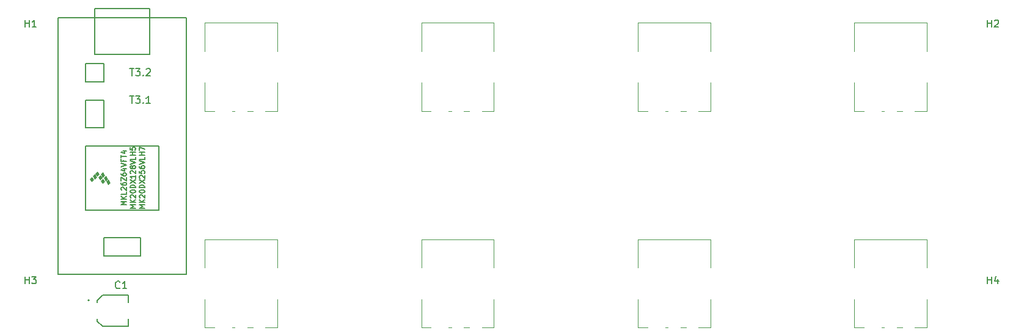
<source format=gbr>
%TF.GenerationSoftware,KiCad,Pcbnew,(6.0.10-0)*%
%TF.CreationDate,2023-01-22T14:07:56+10:30*%
%TF.ProjectId,16p,3136702e-6b69-4636-9164-5f7063625858,rev?*%
%TF.SameCoordinates,Original*%
%TF.FileFunction,Legend,Top*%
%TF.FilePolarity,Positive*%
%FSLAX46Y46*%
G04 Gerber Fmt 4.6, Leading zero omitted, Abs format (unit mm)*
G04 Created by KiCad (PCBNEW (6.0.10-0)) date 2023-01-22 14:07:56*
%MOMM*%
%LPD*%
G01*
G04 APERTURE LIST*
%ADD10C,0.150000*%
%ADD11C,0.120000*%
%ADD12C,0.100000*%
%ADD13C,0.127000*%
%ADD14C,0.200000*%
G04 APERTURE END LIST*
D10*
%TO.C,U3*%
X19620666Y-26441666D02*
X18920666Y-26441666D01*
X19420666Y-26208333D01*
X18920666Y-25975000D01*
X19620666Y-25975000D01*
X19620666Y-25641666D02*
X18920666Y-25641666D01*
X19620666Y-25241666D02*
X19220666Y-25541666D01*
X18920666Y-25241666D02*
X19320666Y-25641666D01*
X18987333Y-24975000D02*
X18954000Y-24941666D01*
X18920666Y-24875000D01*
X18920666Y-24708333D01*
X18954000Y-24641666D01*
X18987333Y-24608333D01*
X19054000Y-24575000D01*
X19120666Y-24575000D01*
X19220666Y-24608333D01*
X19620666Y-25008333D01*
X19620666Y-24575000D01*
X18920666Y-24141666D02*
X18920666Y-24075000D01*
X18954000Y-24008333D01*
X18987333Y-23975000D01*
X19054000Y-23941666D01*
X19187333Y-23908333D01*
X19354000Y-23908333D01*
X19487333Y-23941666D01*
X19554000Y-23975000D01*
X19587333Y-24008333D01*
X19620666Y-24075000D01*
X19620666Y-24141666D01*
X19587333Y-24208333D01*
X19554000Y-24241666D01*
X19487333Y-24275000D01*
X19354000Y-24308333D01*
X19187333Y-24308333D01*
X19054000Y-24275000D01*
X18987333Y-24241666D01*
X18954000Y-24208333D01*
X18920666Y-24141666D01*
X19620666Y-23608333D02*
X18920666Y-23608333D01*
X18920666Y-23441666D01*
X18954000Y-23341666D01*
X19020666Y-23275000D01*
X19087333Y-23241666D01*
X19220666Y-23208333D01*
X19320666Y-23208333D01*
X19454000Y-23241666D01*
X19520666Y-23275000D01*
X19587333Y-23341666D01*
X19620666Y-23441666D01*
X19620666Y-23608333D01*
X18920666Y-22975000D02*
X19620666Y-22508333D01*
X18920666Y-22508333D02*
X19620666Y-22975000D01*
X19620666Y-21875000D02*
X19620666Y-22275000D01*
X19620666Y-22075000D02*
X18920666Y-22075000D01*
X19020666Y-22141666D01*
X19087333Y-22208333D01*
X19120666Y-22275000D01*
X18987333Y-21608333D02*
X18954000Y-21575000D01*
X18920666Y-21508333D01*
X18920666Y-21341666D01*
X18954000Y-21275000D01*
X18987333Y-21241666D01*
X19054000Y-21208333D01*
X19120666Y-21208333D01*
X19220666Y-21241666D01*
X19620666Y-21641666D01*
X19620666Y-21208333D01*
X19220666Y-20808333D02*
X19187333Y-20875000D01*
X19154000Y-20908333D01*
X19087333Y-20941666D01*
X19054000Y-20941666D01*
X18987333Y-20908333D01*
X18954000Y-20875000D01*
X18920666Y-20808333D01*
X18920666Y-20675000D01*
X18954000Y-20608333D01*
X18987333Y-20575000D01*
X19054000Y-20541666D01*
X19087333Y-20541666D01*
X19154000Y-20575000D01*
X19187333Y-20608333D01*
X19220666Y-20675000D01*
X19220666Y-20808333D01*
X19254000Y-20875000D01*
X19287333Y-20908333D01*
X19354000Y-20941666D01*
X19487333Y-20941666D01*
X19554000Y-20908333D01*
X19587333Y-20875000D01*
X19620666Y-20808333D01*
X19620666Y-20675000D01*
X19587333Y-20608333D01*
X19554000Y-20575000D01*
X19487333Y-20541666D01*
X19354000Y-20541666D01*
X19287333Y-20575000D01*
X19254000Y-20608333D01*
X19220666Y-20675000D01*
X18920666Y-20341666D02*
X19620666Y-20108333D01*
X18920666Y-19875000D01*
X19620666Y-19308333D02*
X19620666Y-19641666D01*
X18920666Y-19641666D01*
X19620666Y-19075000D02*
X18920666Y-19075000D01*
X19254000Y-19075000D02*
X19254000Y-18675000D01*
X19620666Y-18675000D02*
X18920666Y-18675000D01*
X18920666Y-18008333D02*
X18920666Y-18341666D01*
X19254000Y-18375000D01*
X19220666Y-18341666D01*
X19187333Y-18275000D01*
X19187333Y-18108333D01*
X19220666Y-18041666D01*
X19254000Y-18008333D01*
X19320666Y-17975000D01*
X19487333Y-17975000D01*
X19554000Y-18008333D01*
X19587333Y-18041666D01*
X19620666Y-18108333D01*
X19620666Y-18275000D01*
X19587333Y-18341666D01*
X19554000Y-18375000D01*
X18843809Y-7072380D02*
X19415238Y-7072380D01*
X19129523Y-8072380D02*
X19129523Y-7072380D01*
X19653333Y-7072380D02*
X20272380Y-7072380D01*
X19939047Y-7453333D01*
X20081904Y-7453333D01*
X20177142Y-7500952D01*
X20224761Y-7548571D01*
X20272380Y-7643809D01*
X20272380Y-7881904D01*
X20224761Y-7977142D01*
X20177142Y-8024761D01*
X20081904Y-8072380D01*
X19796190Y-8072380D01*
X19700952Y-8024761D01*
X19653333Y-7977142D01*
X20700952Y-7977142D02*
X20748571Y-8024761D01*
X20700952Y-8072380D01*
X20653333Y-8024761D01*
X20700952Y-7977142D01*
X20700952Y-8072380D01*
X21129523Y-7167619D02*
X21177142Y-7120000D01*
X21272380Y-7072380D01*
X21510476Y-7072380D01*
X21605714Y-7120000D01*
X21653333Y-7167619D01*
X21700952Y-7262857D01*
X21700952Y-7358095D01*
X21653333Y-7500952D01*
X21081904Y-8072380D01*
X21700952Y-8072380D01*
X18843809Y-10882380D02*
X19415238Y-10882380D01*
X19129523Y-11882380D02*
X19129523Y-10882380D01*
X19653333Y-10882380D02*
X20272380Y-10882380D01*
X19939047Y-11263333D01*
X20081904Y-11263333D01*
X20177142Y-11310952D01*
X20224761Y-11358571D01*
X20272380Y-11453809D01*
X20272380Y-11691904D01*
X20224761Y-11787142D01*
X20177142Y-11834761D01*
X20081904Y-11882380D01*
X19796190Y-11882380D01*
X19700952Y-11834761D01*
X19653333Y-11787142D01*
X20700952Y-11787142D02*
X20748571Y-11834761D01*
X20700952Y-11882380D01*
X20653333Y-11834761D01*
X20700952Y-11787142D01*
X20700952Y-11882380D01*
X21700952Y-11882380D02*
X21129523Y-11882380D01*
X21415238Y-11882380D02*
X21415238Y-10882380D01*
X21320000Y-11025238D01*
X21224761Y-11120476D01*
X21129523Y-11168095D01*
X20890666Y-26441666D02*
X20190666Y-26441666D01*
X20690666Y-26208333D01*
X20190666Y-25975000D01*
X20890666Y-25975000D01*
X20890666Y-25641666D02*
X20190666Y-25641666D01*
X20890666Y-25241666D02*
X20490666Y-25541666D01*
X20190666Y-25241666D02*
X20590666Y-25641666D01*
X20257333Y-24975000D02*
X20224000Y-24941666D01*
X20190666Y-24875000D01*
X20190666Y-24708333D01*
X20224000Y-24641666D01*
X20257333Y-24608333D01*
X20324000Y-24575000D01*
X20390666Y-24575000D01*
X20490666Y-24608333D01*
X20890666Y-25008333D01*
X20890666Y-24575000D01*
X20190666Y-24141666D02*
X20190666Y-24075000D01*
X20224000Y-24008333D01*
X20257333Y-23975000D01*
X20324000Y-23941666D01*
X20457333Y-23908333D01*
X20624000Y-23908333D01*
X20757333Y-23941666D01*
X20824000Y-23975000D01*
X20857333Y-24008333D01*
X20890666Y-24075000D01*
X20890666Y-24141666D01*
X20857333Y-24208333D01*
X20824000Y-24241666D01*
X20757333Y-24275000D01*
X20624000Y-24308333D01*
X20457333Y-24308333D01*
X20324000Y-24275000D01*
X20257333Y-24241666D01*
X20224000Y-24208333D01*
X20190666Y-24141666D01*
X20890666Y-23608333D02*
X20190666Y-23608333D01*
X20190666Y-23441666D01*
X20224000Y-23341666D01*
X20290666Y-23275000D01*
X20357333Y-23241666D01*
X20490666Y-23208333D01*
X20590666Y-23208333D01*
X20724000Y-23241666D01*
X20790666Y-23275000D01*
X20857333Y-23341666D01*
X20890666Y-23441666D01*
X20890666Y-23608333D01*
X20190666Y-22975000D02*
X20890666Y-22508333D01*
X20190666Y-22508333D02*
X20890666Y-22975000D01*
X20257333Y-22275000D02*
X20224000Y-22241666D01*
X20190666Y-22175000D01*
X20190666Y-22008333D01*
X20224000Y-21941666D01*
X20257333Y-21908333D01*
X20324000Y-21875000D01*
X20390666Y-21875000D01*
X20490666Y-21908333D01*
X20890666Y-22308333D01*
X20890666Y-21875000D01*
X20190666Y-21241666D02*
X20190666Y-21575000D01*
X20524000Y-21608333D01*
X20490666Y-21575000D01*
X20457333Y-21508333D01*
X20457333Y-21341666D01*
X20490666Y-21275000D01*
X20524000Y-21241666D01*
X20590666Y-21208333D01*
X20757333Y-21208333D01*
X20824000Y-21241666D01*
X20857333Y-21275000D01*
X20890666Y-21341666D01*
X20890666Y-21508333D01*
X20857333Y-21575000D01*
X20824000Y-21608333D01*
X20190666Y-20608333D02*
X20190666Y-20741666D01*
X20224000Y-20808333D01*
X20257333Y-20841666D01*
X20357333Y-20908333D01*
X20490666Y-20941666D01*
X20757333Y-20941666D01*
X20824000Y-20908333D01*
X20857333Y-20875000D01*
X20890666Y-20808333D01*
X20890666Y-20675000D01*
X20857333Y-20608333D01*
X20824000Y-20575000D01*
X20757333Y-20541666D01*
X20590666Y-20541666D01*
X20524000Y-20575000D01*
X20490666Y-20608333D01*
X20457333Y-20675000D01*
X20457333Y-20808333D01*
X20490666Y-20875000D01*
X20524000Y-20908333D01*
X20590666Y-20941666D01*
X20190666Y-20341666D02*
X20890666Y-20108333D01*
X20190666Y-19875000D01*
X20890666Y-19308333D02*
X20890666Y-19641666D01*
X20190666Y-19641666D01*
X20890666Y-19075000D02*
X20190666Y-19075000D01*
X20524000Y-19075000D02*
X20524000Y-18675000D01*
X20890666Y-18675000D02*
X20190666Y-18675000D01*
X20190666Y-18408333D02*
X20190666Y-17941666D01*
X20890666Y-18241666D01*
X18350666Y-25958333D02*
X17650666Y-25958333D01*
X18150666Y-25725000D01*
X17650666Y-25491666D01*
X18350666Y-25491666D01*
X18350666Y-25158333D02*
X17650666Y-25158333D01*
X18350666Y-24758333D02*
X17950666Y-25058333D01*
X17650666Y-24758333D02*
X18050666Y-25158333D01*
X18350666Y-24125000D02*
X18350666Y-24458333D01*
X17650666Y-24458333D01*
X17717333Y-23925000D02*
X17684000Y-23891666D01*
X17650666Y-23825000D01*
X17650666Y-23658333D01*
X17684000Y-23591666D01*
X17717333Y-23558333D01*
X17784000Y-23525000D01*
X17850666Y-23525000D01*
X17950666Y-23558333D01*
X18350666Y-23958333D01*
X18350666Y-23525000D01*
X17650666Y-22925000D02*
X17650666Y-23058333D01*
X17684000Y-23125000D01*
X17717333Y-23158333D01*
X17817333Y-23225000D01*
X17950666Y-23258333D01*
X18217333Y-23258333D01*
X18284000Y-23225000D01*
X18317333Y-23191666D01*
X18350666Y-23125000D01*
X18350666Y-22991666D01*
X18317333Y-22925000D01*
X18284000Y-22891666D01*
X18217333Y-22858333D01*
X18050666Y-22858333D01*
X17984000Y-22891666D01*
X17950666Y-22925000D01*
X17917333Y-22991666D01*
X17917333Y-23125000D01*
X17950666Y-23191666D01*
X17984000Y-23225000D01*
X18050666Y-23258333D01*
X17650666Y-22625000D02*
X17650666Y-22158333D01*
X18350666Y-22625000D01*
X18350666Y-22158333D01*
X17650666Y-21591666D02*
X17650666Y-21725000D01*
X17684000Y-21791666D01*
X17717333Y-21825000D01*
X17817333Y-21891666D01*
X17950666Y-21925000D01*
X18217333Y-21925000D01*
X18284000Y-21891666D01*
X18317333Y-21858333D01*
X18350666Y-21791666D01*
X18350666Y-21658333D01*
X18317333Y-21591666D01*
X18284000Y-21558333D01*
X18217333Y-21525000D01*
X18050666Y-21525000D01*
X17984000Y-21558333D01*
X17950666Y-21591666D01*
X17917333Y-21658333D01*
X17917333Y-21791666D01*
X17950666Y-21858333D01*
X17984000Y-21891666D01*
X18050666Y-21925000D01*
X17884000Y-20925000D02*
X18350666Y-20925000D01*
X17617333Y-21091666D02*
X18117333Y-21258333D01*
X18117333Y-20825000D01*
X17650666Y-20658333D02*
X18350666Y-20425000D01*
X17650666Y-20191666D01*
X17984000Y-19725000D02*
X17984000Y-19958333D01*
X18350666Y-19958333D02*
X17650666Y-19958333D01*
X17650666Y-19625000D01*
X17650666Y-19458333D02*
X17650666Y-19058333D01*
X18350666Y-19258333D02*
X17650666Y-19258333D01*
X17884000Y-18525000D02*
X18350666Y-18525000D01*
X17617333Y-18691666D02*
X18117333Y-18858333D01*
X18117333Y-18425000D01*
%TO.C,H4*%
X137668095Y-36892380D02*
X137668095Y-35892380D01*
X137668095Y-36368571D02*
X138239523Y-36368571D01*
X138239523Y-36892380D02*
X138239523Y-35892380D01*
X139144285Y-36225714D02*
X139144285Y-36892380D01*
X138906190Y-35844761D02*
X138668095Y-36559047D01*
X139287142Y-36559047D01*
%TO.C,C1*%
X17468333Y-37462142D02*
X17420714Y-37509761D01*
X17277857Y-37557380D01*
X17182619Y-37557380D01*
X17039761Y-37509761D01*
X16944523Y-37414523D01*
X16896904Y-37319285D01*
X16849285Y-37128809D01*
X16849285Y-36985952D01*
X16896904Y-36795476D01*
X16944523Y-36700238D01*
X17039761Y-36605000D01*
X17182619Y-36557380D01*
X17277857Y-36557380D01*
X17420714Y-36605000D01*
X17468333Y-36652619D01*
X18420714Y-37557380D02*
X17849285Y-37557380D01*
X18135000Y-37557380D02*
X18135000Y-36557380D01*
X18039761Y-36700238D01*
X17944523Y-36795476D01*
X17849285Y-36843095D01*
%TO.C,H3*%
X4318095Y-36892380D02*
X4318095Y-35892380D01*
X4318095Y-36368571D02*
X4889523Y-36368571D01*
X4889523Y-36892380D02*
X4889523Y-35892380D01*
X5270476Y-35892380D02*
X5889523Y-35892380D01*
X5556190Y-36273333D01*
X5699047Y-36273333D01*
X5794285Y-36320952D01*
X5841904Y-36368571D01*
X5889523Y-36463809D01*
X5889523Y-36701904D01*
X5841904Y-36797142D01*
X5794285Y-36844761D01*
X5699047Y-36892380D01*
X5413333Y-36892380D01*
X5318095Y-36844761D01*
X5270476Y-36797142D01*
%TO.C,H2*%
X137668095Y-1332380D02*
X137668095Y-332380D01*
X137668095Y-808571D02*
X138239523Y-808571D01*
X138239523Y-1332380D02*
X138239523Y-332380D01*
X138668095Y-427619D02*
X138715714Y-380000D01*
X138810952Y-332380D01*
X139049047Y-332380D01*
X139144285Y-380000D01*
X139191904Y-427619D01*
X139239523Y-522857D01*
X139239523Y-618095D01*
X139191904Y-760952D01*
X138620476Y-1332380D01*
X139239523Y-1332380D01*
%TO.C,H1*%
X4318095Y-1332380D02*
X4318095Y-332380D01*
X4318095Y-808571D02*
X4889523Y-808571D01*
X4889523Y-1332380D02*
X4889523Y-332380D01*
X5889523Y-1332380D02*
X5318095Y-1332380D01*
X5603809Y-1332380D02*
X5603809Y-332380D01*
X5508571Y-475238D01*
X5413333Y-570476D01*
X5318095Y-618095D01*
D11*
%TO.C,RV13*%
X119253178Y-12971846D02*
X119253178Y-9034846D01*
X129294178Y-4667846D02*
X129294178Y-731846D01*
X125145178Y-12971846D02*
X125904178Y-12971846D01*
X127644178Y-12971846D02*
X129294178Y-12971846D01*
X119253178Y-4667846D02*
X119253178Y-731846D01*
X119253178Y-12971846D02*
X120574178Y-12971846D01*
X123024178Y-12971846D02*
X123404178Y-12971846D01*
X129294178Y-12971846D02*
X129294178Y-9034846D01*
X119253178Y-731846D02*
X129294178Y-731846D01*
%TO.C,RV14*%
X127644178Y-42971846D02*
X129294178Y-42971846D01*
X129294178Y-42971846D02*
X129294178Y-39034846D01*
X125145178Y-42971846D02*
X125904178Y-42971846D01*
X119253178Y-42971846D02*
X120574178Y-42971846D01*
X123024178Y-42971846D02*
X123404178Y-42971846D01*
X119253178Y-34667846D02*
X119253178Y-30731846D01*
X129294178Y-34667846D02*
X129294178Y-30731846D01*
X119253178Y-42971846D02*
X119253178Y-39034846D01*
X119253178Y-30731846D02*
X129294178Y-30731846D01*
%TO.C,RV9*%
X99294178Y-4667846D02*
X99294178Y-731846D01*
X95145178Y-12971846D02*
X95904178Y-12971846D01*
X99294178Y-12971846D02*
X99294178Y-9034846D01*
X89253178Y-731846D02*
X99294178Y-731846D01*
X89253178Y-12971846D02*
X90574178Y-12971846D01*
X97644178Y-12971846D02*
X99294178Y-12971846D01*
X89253178Y-4667846D02*
X89253178Y-731846D01*
X89253178Y-12971846D02*
X89253178Y-9034846D01*
X93024178Y-12971846D02*
X93404178Y-12971846D01*
%TO.C,RV2*%
X29253178Y-42971846D02*
X30574178Y-42971846D01*
X29253178Y-34667846D02*
X29253178Y-30731846D01*
X39294178Y-34667846D02*
X39294178Y-30731846D01*
X33024178Y-42971846D02*
X33404178Y-42971846D01*
X39294178Y-42971846D02*
X39294178Y-39034846D01*
X29253178Y-42971846D02*
X29253178Y-39034846D01*
X35145178Y-42971846D02*
X35904178Y-42971846D01*
X29253178Y-30731846D02*
X39294178Y-30731846D01*
X37644178Y-42971846D02*
X39294178Y-42971846D01*
%TO.C,RV6*%
X59253178Y-42971846D02*
X60574178Y-42971846D01*
X59253178Y-34667846D02*
X59253178Y-30731846D01*
X69294178Y-34667846D02*
X69294178Y-30731846D01*
X63024178Y-42971846D02*
X63404178Y-42971846D01*
X69294178Y-42971846D02*
X69294178Y-39034846D01*
X65145178Y-42971846D02*
X65904178Y-42971846D01*
X59253178Y-42971846D02*
X59253178Y-39034846D01*
X59253178Y-30731846D02*
X69294178Y-30731846D01*
X67644178Y-42971846D02*
X69294178Y-42971846D01*
%TO.C,RV5*%
X59253178Y-12971846D02*
X60574178Y-12971846D01*
X59253178Y-12971846D02*
X59253178Y-9034846D01*
X59253178Y-4667846D02*
X59253178Y-731846D01*
X59253178Y-731846D02*
X69294178Y-731846D01*
X65145178Y-12971846D02*
X65904178Y-12971846D01*
X69294178Y-12971846D02*
X69294178Y-9034846D01*
X69294178Y-4667846D02*
X69294178Y-731846D01*
X63024178Y-12971846D02*
X63404178Y-12971846D01*
X67644178Y-12971846D02*
X69294178Y-12971846D01*
D10*
%TO.C,U3*%
X15240000Y-8890000D02*
X15240000Y-6350000D01*
X8890000Y0D02*
X26670000Y0D01*
X20320000Y-30480000D02*
X20320000Y-33020000D01*
X22860000Y-17780000D02*
X12700000Y-17780000D01*
X15240000Y-30480000D02*
X20320000Y-30480000D01*
X12700000Y-11430000D02*
X12700000Y-15240000D01*
X15240000Y-11430000D02*
X12700000Y-11430000D01*
X12700000Y-6350000D02*
X12700000Y-8890000D01*
X26670000Y0D02*
X26670000Y-35560000D01*
X15240000Y-6350000D02*
X12700000Y-6350000D01*
X12700000Y-8890000D02*
X15240000Y-8890000D01*
X8890000Y-35560000D02*
X8890000Y0D01*
X12700000Y-26670000D02*
X12700000Y-17780000D01*
X12700000Y-15240000D02*
X15240000Y-15240000D01*
X13970000Y0D02*
X13970000Y1270000D01*
X15240000Y-15240000D02*
X15240000Y-11430000D01*
X13970000Y-5080000D02*
X13970000Y0D01*
X15240000Y-33020000D02*
X15240000Y-30480000D01*
X26670000Y-35560000D02*
X8890000Y-35560000D01*
X21590000Y-5080000D02*
X21590000Y0D01*
X12700000Y-26670000D02*
X22860000Y-26670000D01*
X22860000Y-26670000D02*
X22860000Y-17780000D01*
X21590000Y1270000D02*
X21590000Y0D01*
X13970000Y1270000D02*
X21590000Y1270000D01*
X20320000Y-33020000D02*
X15240000Y-33020000D01*
X13970000Y-5080000D02*
X21590000Y-5080000D01*
G36*
X14605000Y-21717000D02*
G01*
X14351000Y-21971000D01*
X14097000Y-21590000D01*
X14351000Y-21336000D01*
X14605000Y-21717000D01*
G37*
D12*
X14605000Y-21717000D02*
X14351000Y-21971000D01*
X14097000Y-21590000D01*
X14351000Y-21336000D01*
X14605000Y-21717000D01*
G36*
X15367000Y-21844000D02*
G01*
X15113000Y-22098000D01*
X14859000Y-21717000D01*
X15113000Y-21463000D01*
X15367000Y-21844000D01*
G37*
X15367000Y-21844000D02*
X15113000Y-22098000D01*
X14859000Y-21717000D01*
X15113000Y-21463000D01*
X15367000Y-21844000D01*
G36*
X15748000Y-22352000D02*
G01*
X15494000Y-22606000D01*
X15240000Y-22225000D01*
X15494000Y-21971000D01*
X15748000Y-22352000D01*
G37*
X15748000Y-22352000D02*
X15494000Y-22606000D01*
X15240000Y-22225000D01*
X15494000Y-21971000D01*
X15748000Y-22352000D01*
G36*
X16129000Y-22860000D02*
G01*
X15875000Y-23114000D01*
X15621000Y-22733000D01*
X15875000Y-22479000D01*
X16129000Y-22860000D01*
G37*
X16129000Y-22860000D02*
X15875000Y-23114000D01*
X15621000Y-22733000D01*
X15875000Y-22479000D01*
X16129000Y-22860000D01*
G36*
X14224000Y-22098000D02*
G01*
X13970000Y-22352000D01*
X13716000Y-21971000D01*
X13970000Y-21717000D01*
X14224000Y-22098000D01*
G37*
X14224000Y-22098000D02*
X13970000Y-22352000D01*
X13716000Y-21971000D01*
X13970000Y-21717000D01*
X14224000Y-22098000D01*
G36*
X13843000Y-22479000D02*
G01*
X13589000Y-22733000D01*
X13335000Y-22352000D01*
X13589000Y-22098000D01*
X13843000Y-22479000D01*
G37*
X13843000Y-22479000D02*
X13589000Y-22733000D01*
X13335000Y-22352000D01*
X13589000Y-22098000D01*
X13843000Y-22479000D01*
G36*
X14986000Y-22225000D02*
G01*
X14732000Y-22479000D01*
X14478000Y-22098000D01*
X14732000Y-21844000D01*
X14986000Y-22225000D01*
G37*
X14986000Y-22225000D02*
X14732000Y-22479000D01*
X14478000Y-22098000D01*
X14732000Y-21844000D01*
X14986000Y-22225000D01*
G36*
X15367000Y-22733000D02*
G01*
X15113000Y-22987000D01*
X14859000Y-22606000D01*
X15113000Y-22352000D01*
X15367000Y-22733000D01*
G37*
X15367000Y-22733000D02*
X15113000Y-22987000D01*
X14859000Y-22606000D01*
X15113000Y-22352000D01*
X15367000Y-22733000D01*
D13*
%TO.C,C1*%
X14360000Y-41760000D02*
X14360000Y-42090000D01*
X18660000Y-42790000D02*
X18660000Y-41760000D01*
X14360000Y-42090000D02*
X15060000Y-42790000D01*
X15060000Y-38490000D02*
X14360000Y-39190000D01*
X18660000Y-38490000D02*
X15060000Y-38490000D01*
X14360000Y-39190000D02*
X14360000Y-39520000D01*
X15060000Y-42790000D02*
X18660000Y-42790000D01*
X18660000Y-39520000D02*
X18660000Y-38490000D01*
D14*
X13260000Y-39190000D02*
G75*
G03*
X13260000Y-39190000I-100000J0D01*
G01*
D11*
%TO.C,RV1*%
X29253178Y-12971846D02*
X30574178Y-12971846D01*
X39294178Y-4667846D02*
X39294178Y-731846D01*
X33024178Y-12971846D02*
X33404178Y-12971846D01*
X29253178Y-12971846D02*
X29253178Y-9034846D01*
X37644178Y-12971846D02*
X39294178Y-12971846D01*
X29253178Y-731846D02*
X39294178Y-731846D01*
X35145178Y-12971846D02*
X35904178Y-12971846D01*
X39294178Y-12971846D02*
X39294178Y-9034846D01*
X29253178Y-4667846D02*
X29253178Y-731846D01*
%TO.C,RV10*%
X93024178Y-42971846D02*
X93404178Y-42971846D01*
X97644178Y-42971846D02*
X99294178Y-42971846D01*
X89253178Y-30731846D02*
X99294178Y-30731846D01*
X99294178Y-34667846D02*
X99294178Y-30731846D01*
X99294178Y-42971846D02*
X99294178Y-39034846D01*
X89253178Y-42971846D02*
X89253178Y-39034846D01*
X95145178Y-42971846D02*
X95904178Y-42971846D01*
X89253178Y-34667846D02*
X89253178Y-30731846D01*
X89253178Y-42971846D02*
X90574178Y-42971846D01*
%TD*%
M02*

</source>
